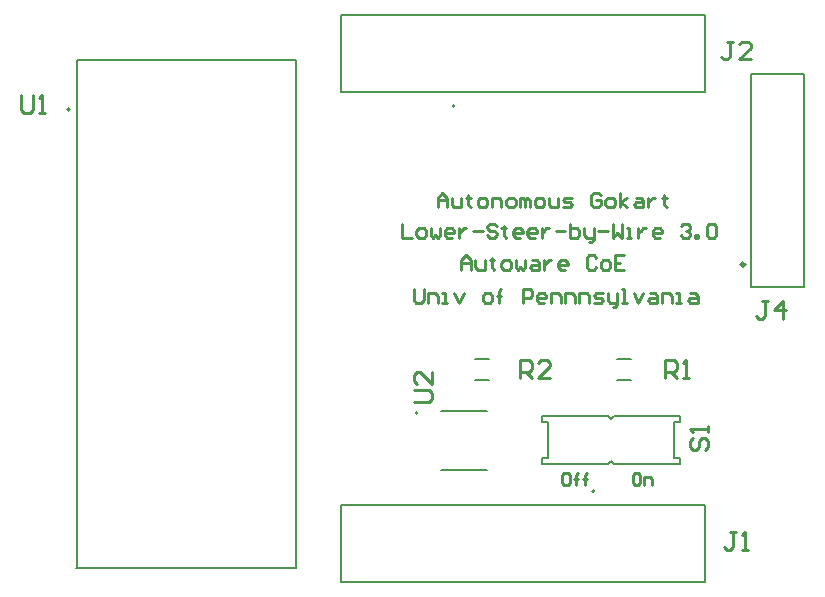
<source format=gto>
G04*
G04 #@! TF.GenerationSoftware,Altium Limited,Altium Designer,22.8.2 (66)*
G04*
G04 Layer_Color=65535*
%FSLAX42Y42*%
%MOMM*%
G71*
G04*
G04 #@! TF.SameCoordinates,BE8FE92B-6F1C-4FB6-9944-1E67C46C6413*
G04*
G04*
G04 #@! TF.FilePolarity,Positive*
G04*
G01*
G75*
%ADD10C,0.20*%
%ADD11C,0.30*%
%ADD12C,0.13*%
%ADD13C,0.25*%
D10*
X5102Y870D02*
G03*
X5102Y870I-10J0D01*
G01*
X3918Y4130D02*
G03*
X3918Y4130I-10J0D01*
G01*
X660Y4100D02*
G03*
X660Y4100I-10J0D01*
G01*
X3606Y1531D02*
G03*
X3606Y1531I-10J0D01*
G01*
D11*
X6374Y2790D02*
G03*
X6374Y2790I-14J0D01*
G01*
D12*
X2959Y750D02*
X6040D01*
Y100D02*
Y750D01*
X2959Y100D02*
Y750D01*
Y100D02*
X6040D01*
X6430Y2600D02*
X6880D01*
X6430D02*
Y4400D01*
X6880D01*
Y2600D02*
Y4400D01*
X2959Y4250D02*
X6040D01*
X2959D02*
Y4900D01*
X6040Y4250D02*
Y4900D01*
X2959D02*
X6040D01*
X4662Y1452D02*
Y1503D01*
Y1452D02*
X4713D01*
Y1148D02*
Y1452D01*
X4662Y1148D02*
X4713D01*
X4662Y1097D02*
Y1148D01*
Y1097D02*
X5221D01*
X5246Y1122D01*
X5271Y1097D01*
X5830D01*
Y1148D01*
X5779D02*
X5830D01*
X5779D02*
Y1452D01*
X5830D01*
Y1503D01*
X5271D02*
X5830D01*
X5246Y1478D02*
X5271Y1503D01*
X5221D02*
X5246Y1478D01*
X4662Y1503D02*
X5221D01*
X723Y4520D02*
X2577D01*
X723Y215D02*
X723Y4520D01*
X2577Y215D02*
X2577Y4520D01*
X710Y215D02*
X2564D01*
X5292Y1988D02*
X5408D01*
X5292Y1812D02*
X5408D01*
X3805Y1552D02*
X4195D01*
X3805Y1048D02*
X4195D01*
X4095Y1988D02*
X4211D01*
X4095Y1812D02*
X4211D01*
D13*
X3575Y2585D02*
Y2485D01*
X3595Y2465D01*
X3635D01*
X3655Y2485D01*
Y2585D01*
X3695Y2465D02*
Y2545D01*
X3755D01*
X3775Y2525D01*
Y2465D01*
X3815D02*
X3855D01*
X3835D01*
Y2545D01*
X3815D01*
X3915D02*
X3955Y2465D01*
X3995Y2545D01*
X4175Y2465D02*
X4215D01*
X4235Y2485D01*
Y2525D01*
X4215Y2545D01*
X4175D01*
X4155Y2525D01*
Y2485D01*
X4175Y2465D01*
X4295D02*
Y2565D01*
Y2525D01*
X4275D01*
X4315D01*
X4295D01*
Y2565D01*
X4315Y2585D01*
X4495Y2465D02*
Y2585D01*
X4555D01*
X4575Y2565D01*
Y2525D01*
X4555Y2505D01*
X4495D01*
X4675Y2465D02*
X4635D01*
X4615Y2485D01*
Y2525D01*
X4635Y2545D01*
X4675D01*
X4695Y2525D01*
Y2505D01*
X4615D01*
X4735Y2465D02*
Y2545D01*
X4795D01*
X4815Y2525D01*
Y2465D01*
X4855D02*
Y2545D01*
X4915D01*
X4935Y2525D01*
Y2465D01*
X4975D02*
Y2545D01*
X5035D01*
X5055Y2525D01*
Y2465D01*
X5095D02*
X5155D01*
X5175Y2485D01*
X5155Y2505D01*
X5115D01*
X5095Y2525D01*
X5115Y2545D01*
X5175D01*
X5215D02*
Y2485D01*
X5235Y2465D01*
X5295D01*
Y2445D01*
X5275Y2425D01*
X5255D01*
X5295Y2465D02*
Y2545D01*
X5335Y2465D02*
X5375D01*
X5355D01*
Y2585D01*
X5335D01*
X5435Y2545D02*
X5475Y2465D01*
X5515Y2545D01*
X5575D02*
X5615D01*
X5635Y2525D01*
Y2465D01*
X5575D01*
X5555Y2485D01*
X5575Y2505D01*
X5635D01*
X5675Y2465D02*
Y2545D01*
X5735D01*
X5755Y2525D01*
Y2465D01*
X5795D02*
X5835D01*
X5815D01*
Y2545D01*
X5795D01*
X5915D02*
X5955D01*
X5975Y2525D01*
Y2465D01*
X5915D01*
X5895Y2485D01*
X5915Y2505D01*
X5975D01*
X4875Y1025D02*
X4842D01*
X4825Y1009D01*
Y942D01*
X4842Y925D01*
X4875D01*
X4892Y942D01*
Y1009D01*
X4875Y1025D01*
X4942Y925D02*
Y1009D01*
Y975D01*
X4925D01*
X4959D01*
X4942D01*
Y1009D01*
X4959Y1025D01*
X5025Y925D02*
Y1009D01*
Y975D01*
X5009D01*
X5042D01*
X5025D01*
Y1009D01*
X5042Y1025D01*
X5475D02*
X5442D01*
X5425Y1009D01*
Y942D01*
X5442Y925D01*
X5475D01*
X5492Y942D01*
Y1009D01*
X5475Y1025D01*
X5525Y925D02*
Y992D01*
X5575D01*
X5592Y975D01*
Y925D01*
X3475Y3135D02*
Y3015D01*
X3555D01*
X3615D02*
X3655D01*
X3675Y3035D01*
Y3075D01*
X3655Y3095D01*
X3615D01*
X3595Y3075D01*
Y3035D01*
X3615Y3015D01*
X3715Y3095D02*
Y3035D01*
X3735Y3015D01*
X3755Y3035D01*
X3775Y3015D01*
X3795Y3035D01*
Y3095D01*
X3895Y3015D02*
X3855D01*
X3835Y3035D01*
Y3075D01*
X3855Y3095D01*
X3895D01*
X3915Y3075D01*
Y3055D01*
X3835D01*
X3955Y3095D02*
Y3015D01*
Y3055D01*
X3975Y3075D01*
X3995Y3095D01*
X4015D01*
X4075Y3075D02*
X4155D01*
X4275Y3115D02*
X4255Y3135D01*
X4215D01*
X4195Y3115D01*
Y3095D01*
X4215Y3075D01*
X4255D01*
X4275Y3055D01*
Y3035D01*
X4255Y3015D01*
X4215D01*
X4195Y3035D01*
X4335Y3115D02*
Y3095D01*
X4315D01*
X4355D01*
X4335D01*
Y3035D01*
X4355Y3015D01*
X4475D02*
X4435D01*
X4415Y3035D01*
Y3075D01*
X4435Y3095D01*
X4475D01*
X4495Y3075D01*
Y3055D01*
X4415D01*
X4595Y3015D02*
X4555D01*
X4535Y3035D01*
Y3075D01*
X4555Y3095D01*
X4595D01*
X4615Y3075D01*
Y3055D01*
X4535D01*
X4655Y3095D02*
Y3015D01*
Y3055D01*
X4675Y3075D01*
X4695Y3095D01*
X4715D01*
X4775Y3075D02*
X4855D01*
X4895Y3135D02*
Y3015D01*
X4955D01*
X4975Y3035D01*
Y3055D01*
Y3075D01*
X4955Y3095D01*
X4895D01*
X5015D02*
Y3035D01*
X5035Y3015D01*
X5095D01*
Y2995D01*
X5075Y2975D01*
X5055D01*
X5095Y3015D02*
Y3095D01*
X5135Y3075D02*
X5215D01*
X5255Y3135D02*
Y3015D01*
X5295Y3055D01*
X5335Y3015D01*
Y3135D01*
X5375Y3015D02*
X5415D01*
X5395D01*
Y3095D01*
X5375D01*
X5475D02*
Y3015D01*
Y3055D01*
X5495Y3075D01*
X5515Y3095D01*
X5535D01*
X5655Y3015D02*
X5615D01*
X5595Y3035D01*
Y3075D01*
X5615Y3095D01*
X5655D01*
X5675Y3075D01*
Y3055D01*
X5595D01*
X5835Y3115D02*
X5855Y3135D01*
X5895D01*
X5915Y3115D01*
Y3095D01*
X5895Y3075D01*
X5875D01*
X5895D01*
X5915Y3055D01*
Y3035D01*
X5895Y3015D01*
X5855D01*
X5835Y3035D01*
X5955Y3015D02*
Y3035D01*
X5975D01*
Y3015D01*
X5955D01*
X6055Y3115D02*
X6075Y3135D01*
X6115D01*
X6135Y3115D01*
Y3035D01*
X6115Y3015D01*
X6075D01*
X6055Y3035D01*
Y3115D01*
X3975Y2745D02*
Y2825D01*
X4015Y2865D01*
X4055Y2825D01*
Y2745D01*
Y2805D01*
X3975D01*
X4095Y2825D02*
Y2765D01*
X4115Y2745D01*
X4175D01*
Y2825D01*
X4235Y2845D02*
Y2825D01*
X4215D01*
X4255D01*
X4235D01*
Y2765D01*
X4255Y2745D01*
X4335D02*
X4375D01*
X4395Y2765D01*
Y2805D01*
X4375Y2825D01*
X4335D01*
X4315Y2805D01*
Y2765D01*
X4335Y2745D01*
X4435Y2825D02*
Y2765D01*
X4455Y2745D01*
X4475Y2765D01*
X4495Y2745D01*
X4515Y2765D01*
Y2825D01*
X4575D02*
X4615D01*
X4635Y2805D01*
Y2745D01*
X4575D01*
X4555Y2765D01*
X4575Y2785D01*
X4635D01*
X4675Y2825D02*
Y2745D01*
Y2785D01*
X4695Y2805D01*
X4715Y2825D01*
X4735D01*
X4855Y2745D02*
X4815D01*
X4795Y2765D01*
Y2805D01*
X4815Y2825D01*
X4855D01*
X4875Y2805D01*
Y2785D01*
X4795D01*
X5115Y2845D02*
X5095Y2865D01*
X5055D01*
X5035Y2845D01*
Y2765D01*
X5055Y2745D01*
X5095D01*
X5115Y2765D01*
X5175Y2745D02*
X5215D01*
X5235Y2765D01*
Y2805D01*
X5215Y2825D01*
X5175D01*
X5155Y2805D01*
Y2765D01*
X5175Y2745D01*
X5355Y2865D02*
X5275D01*
Y2745D01*
X5355D01*
X5275Y2805D02*
X5315D01*
X3775Y3275D02*
Y3355D01*
X3815Y3395D01*
X3855Y3355D01*
Y3275D01*
Y3335D01*
X3775D01*
X3895Y3355D02*
Y3295D01*
X3915Y3275D01*
X3975D01*
Y3355D01*
X4035Y3375D02*
Y3355D01*
X4015D01*
X4055D01*
X4035D01*
Y3295D01*
X4055Y3275D01*
X4135D02*
X4175D01*
X4195Y3295D01*
Y3335D01*
X4175Y3355D01*
X4135D01*
X4115Y3335D01*
Y3295D01*
X4135Y3275D01*
X4235D02*
Y3355D01*
X4295D01*
X4315Y3335D01*
Y3275D01*
X4375D02*
X4415D01*
X4435Y3295D01*
Y3335D01*
X4415Y3355D01*
X4375D01*
X4355Y3335D01*
Y3295D01*
X4375Y3275D01*
X4475D02*
Y3355D01*
X4495D01*
X4515Y3335D01*
Y3275D01*
Y3335D01*
X4535Y3355D01*
X4555Y3335D01*
Y3275D01*
X4615D02*
X4655D01*
X4675Y3295D01*
Y3335D01*
X4655Y3355D01*
X4615D01*
X4595Y3335D01*
Y3295D01*
X4615Y3275D01*
X4715Y3355D02*
Y3295D01*
X4735Y3275D01*
X4795D01*
Y3355D01*
X4835Y3275D02*
X4895D01*
X4915Y3295D01*
X4895Y3315D01*
X4855D01*
X4835Y3335D01*
X4855Y3355D01*
X4915D01*
X5155Y3375D02*
X5135Y3395D01*
X5095D01*
X5075Y3375D01*
Y3295D01*
X5095Y3275D01*
X5135D01*
X5155Y3295D01*
Y3335D01*
X5115D01*
X5215Y3275D02*
X5255D01*
X5275Y3295D01*
Y3335D01*
X5255Y3355D01*
X5215D01*
X5195Y3335D01*
Y3295D01*
X5215Y3275D01*
X5315D02*
Y3395D01*
Y3315D02*
X5375Y3355D01*
X5315Y3315D02*
X5375Y3275D01*
X5455Y3355D02*
X5495D01*
X5515Y3335D01*
Y3275D01*
X5455D01*
X5435Y3295D01*
X5455Y3315D01*
X5515D01*
X5555Y3355D02*
Y3275D01*
Y3315D01*
X5575Y3335D01*
X5595Y3355D01*
X5615D01*
X5695Y3375D02*
Y3355D01*
X5675D01*
X5715D01*
X5695D01*
Y3295D01*
X5715Y3275D01*
X6300Y526D02*
X6249D01*
X6275D01*
Y399D01*
X6249Y374D01*
X6224D01*
X6198Y399D01*
X6351Y374D02*
X6402D01*
X6376D01*
Y526D01*
X6351Y501D01*
X6275Y4676D02*
X6224D01*
X6249D01*
Y4549D01*
X6224Y4524D01*
X6198D01*
X6173Y4549D01*
X6427Y4524D02*
X6325D01*
X6427Y4625D01*
Y4651D01*
X6402Y4676D01*
X6351D01*
X6325Y4651D01*
X6575Y2476D02*
X6524D01*
X6549D01*
Y2349D01*
X6524Y2324D01*
X6498D01*
X6473Y2349D01*
X6702Y2324D02*
Y2476D01*
X6625Y2400D01*
X6727D01*
X248Y4226D02*
Y4099D01*
X274Y4074D01*
X325D01*
X350Y4099D01*
Y4226D01*
X401Y4074D02*
X452D01*
X426D01*
Y4226D01*
X401Y4201D01*
X3574Y1623D02*
X3701D01*
X3726Y1648D01*
Y1699D01*
X3701Y1725D01*
X3574D01*
X3726Y1877D02*
Y1775D01*
X3625Y1877D01*
X3599D01*
X3574Y1852D01*
Y1801D01*
X3599Y1775D01*
X5935Y1320D02*
X5910Y1295D01*
Y1244D01*
X5935Y1218D01*
X5961D01*
X5986Y1244D01*
Y1295D01*
X6011Y1320D01*
X6037D01*
X6062Y1295D01*
Y1244D01*
X6037Y1218D01*
X6062Y1371D02*
Y1422D01*
Y1396D01*
X5910D01*
X5935Y1371D01*
X4473Y1824D02*
Y1976D01*
X4549D01*
X4575Y1951D01*
Y1900D01*
X4549Y1875D01*
X4473D01*
X4524D02*
X4575Y1824D01*
X4727D02*
X4625D01*
X4727Y1925D01*
Y1951D01*
X4702Y1976D01*
X4651D01*
X4625Y1951D01*
X5698Y1824D02*
Y1976D01*
X5775D01*
X5800Y1951D01*
Y1900D01*
X5775Y1875D01*
X5698D01*
X5749D02*
X5800Y1824D01*
X5851D02*
X5902D01*
X5876D01*
Y1976D01*
X5851Y1951D01*
M02*

</source>
